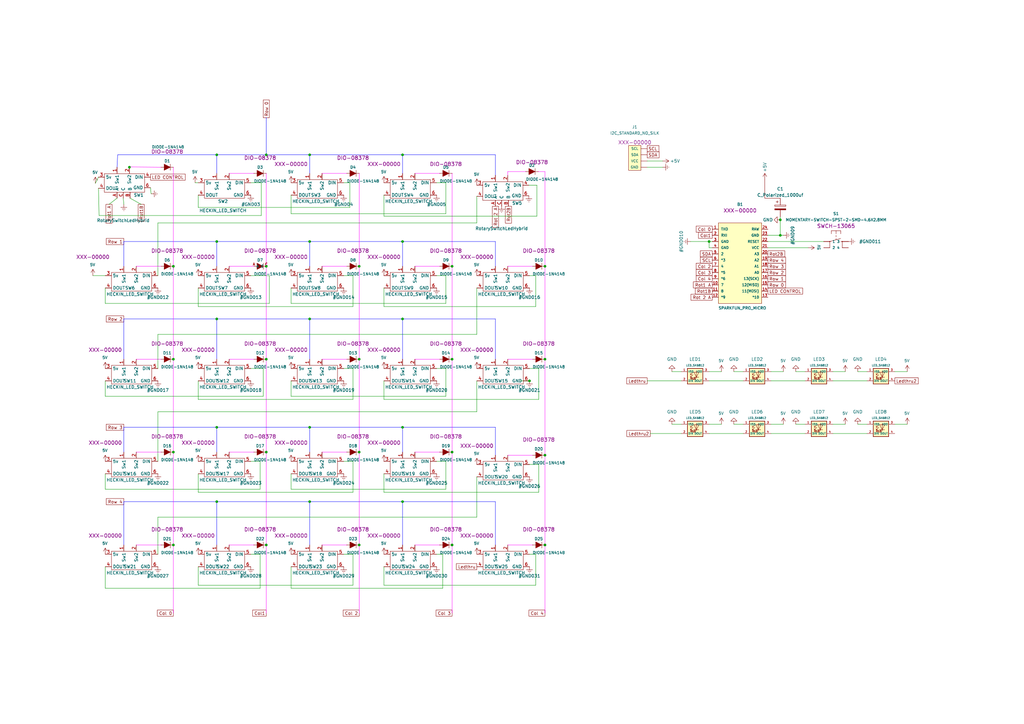
<source format=kicad_sch>
(kicad_sch (version 20211123) (generator eeschema)
  (paper "A3")
  (title_block (title "Roto-Pad"))
  (junction (at 53.086 68.58))
  (junction (at 109.22 147.32))
  (junction (at 217.17 156.21))
  (junction (at 127 99.06))
  (junction (at 165.1 130.81))
  (junction (at 185.42 147.32))
  (junction (at 165.1 99.06))
  (junction (at 71.12 223.52))
  (junction (at 71.12 109.22))
  (junction (at 109.22 63.5))
  (junction (at 71.12 185.42))
  (junction (at 88.9 99.06))
  (junction (at 88.9 130.81))
  (junction (at 147.32 147.32))
  (junction (at 185.42 109.22))
  (junction (at 223.52 147.32))
  (junction (at 109.22 109.22))
  (junction (at 185.42 185.42))
  (junction (at 88.9 63.5))
  (junction (at 185.42 223.52))
  (junction (at 165.1 175.26))
  (junction (at 88.9 175.26))
  (junction (at 223.52 186.69))
  (junction (at 127 205.74))
  (junction (at 223.52 223.52))
  (junction (at 147.32 109.22))
  (junction (at 147.32 185.42))
  (junction (at 290.83 99.06))
  (junction (at 223.52 109.22))
  (junction (at 147.32 223.52))
  (junction (at 127 175.26))
  (junction (at 320.04 90.17))
  (junction (at 320.04 96.52))
  (junction (at 71.12 147.32))
  (junction (at 127 130.81))
  (junction (at 88.9 205.74))
  (junction (at 165.1 205.74))
  (junction (at 127 63.5))
  (junction (at 109.22 185.42))
  (junction (at 165.1 63.5))
  (junction (at 109.22 223.52))
  (wire (pts (xy 290.83 177.8) (xy 304.8 177.8)))
  (wire (pts (xy 81.28 118.11) (xy 81.28 125.73)))
  (wire (pts (xy 71.12 109.22) (xy 71.12 147.32)) (stroke (width 0) (color 255 0 255 1)))
  (wire (pts (xy 185.42 147.32) (xy 185.42 185.42)) (stroke (width 0) (color 255 0 255 1)))
  (wire (pts (xy 351.79 152.4) (xy 355.6 152.4)))
  (wire (pts (xy 314.96 101.6) (xy 331.47 101.6)))
  (wire (pts (xy 157.48 194.31) (xy 157.48 201.93)))
  (wire (pts (xy 127 63.5) (xy 165.1 63.5)) (stroke (width 0) (color 0 0 255 1)))
  (wire (pts (xy 271.78 68.58) (xy 265.43 68.58)))
  (wire (pts (xy 71.12 185.42) (xy 71.12 223.52)) (stroke (width 0) (color 255 0 255 1)))
  (wire (pts (xy 217.17 227.33) (xy 219.71 227.33)))
  (wire (pts (xy 218.44 147.32) (xy 208.28 147.32)) (stroke (width 0) (color 255 0 255 1)))
  (wire (pts (xy 157.48 88.646) (xy 220.218 88.646)))
  (wire (pts (xy 295.91 173.99) (xy 290.83 173.99)))
  (wire (pts (xy 219.71 113.03) (xy 217.17 113.03)))
  (wire (pts (xy 64.77 137.16) (xy 64.77 151.13)))
  (wire (pts (xy 283.21 99.06) (xy 290.83 99.06)))
  (wire (pts (xy 38.1 113.03) (xy 43.18 113.03)))
  (wire (pts (xy 265.43 156.21) (xy 279.4 156.21)))
  (wire (pts (xy 109.22 48.26) (xy 109.22 63.5)) (stroke (width 0) (color 0 0 255 1)))
  (wire (pts (xy 321.31 173.99) (xy 316.23 173.99)))
  (wire (pts (xy 180.34 109.22) (xy 170.18 109.22)) (stroke (width 0) (color 255 0 255 1)))
  (wire (pts (xy 147.32 109.22) (xy 147.32 147.32)) (stroke (width 0) (color 255 0 255 1)))
  (wire (pts (xy 185.42 71.12) (xy 185.42 109.22)) (stroke (width 0) (color 255 0 255 1)))
  (wire (pts (xy 119.38 80.01) (xy 119.38 87.63)))
  (wire (pts (xy 320.04 96.52) (xy 321.31 96.52)))
  (wire (pts (xy 64.77 91.44) (xy 64.77 113.03)))
  (wire (pts (xy 180.34 223.52) (xy 170.18 223.52)) (stroke (width 0) (color 255 0 255 1)))
  (wire (pts (xy 165.1 99.06) (xy 203.2 99.06)) (stroke (width 0) (color 0 0 255 1)))
  (wire (pts (xy 320.04 90.17) (xy 320.04 96.52)))
  (wire (pts (xy 220.218 75.946) (xy 216.916 75.946)))
  (wire (pts (xy 88.9 63.5) (xy 109.22 63.5)) (stroke (width 0) (color 0 0 255 1)))
  (wire (pts (xy 157.48 80.01) (xy 157.48 88.646)))
  (wire (pts (xy 71.12 223.52) (xy 71.12 251.46)) (stroke (width 0) (color 255 0 255 1)))
  (wire (pts (xy 50.8 205.74) (xy 50.8 223.52)) (stroke (width 0) (color 0 0 255 1)))
  (wire (pts (xy 43.18 241.3) (xy 106.68 241.3)))
  (wire (pts (xy 144.78 201.93) (xy 144.78 189.23)))
  (wire (pts (xy 127 63.5) (xy 127 71.12)) (stroke (width 0) (color 0 0 255 1)))
  (wire (pts (xy 127 130.81) (xy 88.9 130.81)) (stroke (width 0) (color 0 0 255 1)))
  (wire (pts (xy 142.24 109.22) (xy 132.08 109.22)) (stroke (width 0) (color 255 0 255 1)))
  (wire (pts (xy 144.78 189.23) (xy 140.97 189.23)))
  (wire (pts (xy 203.2 186.69) (xy 203.2 175.26)) (stroke (width 0) (color 0 0 255 1)))
  (wire (pts (xy 295.91 152.4) (xy 290.83 152.4)))
  (wire (pts (xy 39.116 75.184) (xy 40.386 72.644)))
  (wire (pts (xy 43.18 194.31) (xy 43.18 200.66)))
  (wire (pts (xy 104.14 109.22) (xy 93.98 109.22)) (stroke (width 0) (color 255 0 255 1)))
  (wire (pts (xy 165.1 63.5) (xy 165.1 71.12)) (stroke (width 0) (color 0 0 255 1)))
  (wire (pts (xy 182.88 151.13) (xy 179.07 151.13)))
  (wire (pts (xy 290.83 156.21) (xy 304.8 156.21)))
  (wire (pts (xy 81.28 232.41) (xy 81.28 240.03)))
  (wire (pts (xy 219.71 125.73) (xy 219.71 113.03)))
  (wire (pts (xy 300.99 173.99) (xy 304.8 173.99)))
  (wire (pts (xy 182.88 113.03) (xy 179.07 113.03)))
  (wire (pts (xy 104.14 147.32) (xy 93.98 147.32)) (stroke (width 0) (color 255 0 255 1)))
  (wire (pts (xy 223.52 147.32) (xy 223.52 186.69)) (stroke (width 0) (color 255 0 255 1)))
  (wire (pts (xy 185.42 109.22) (xy 185.42 147.32)) (stroke (width 0) (color 255 0 255 1)))
  (wire (pts (xy 81.28 163.83) (xy 144.78 163.83)))
  (wire (pts (xy 144.78 113.03) (xy 140.97 113.03)))
  (wire (pts (xy 165.1 130.81) (xy 127 130.81)) (stroke (width 0) (color 0 0 255 1)))
  (wire (pts (xy 43.18 156.21) (xy 43.18 162.56)))
  (wire (pts (xy 127 175.26) (xy 88.9 175.26)) (stroke (width 0) (color 0 0 255 1)))
  (wire (pts (xy 220.98 201.93) (xy 220.98 190.5)))
  (wire (pts (xy 81.28 85.09) (xy 143.51 85.09)))
  (wire (pts (xy 218.44 186.69) (xy 208.28 186.69)) (stroke (width 0) (color 255 0 255 1)))
  (wire (pts (xy 182.88 200.66) (xy 182.88 189.23)))
  (wire (pts (xy 61.722 76.962) (xy 61.976 79.502)))
  (wire (pts (xy 223.52 70.358) (xy 223.52 109.22)) (stroke (width 0) (color 255 0 255 1)))
  (wire (pts (xy 88.9 99.06) (xy 127 99.06)) (stroke (width 0) (color 0 0 255 1)))
  (wire (pts (xy 326.39 152.4) (xy 330.2 152.4)))
  (wire (pts (xy 64.77 212.09) (xy 64.77 227.33)))
  (wire (pts (xy 144.78 227.33) (xy 140.97 227.33)))
  (wire (pts (xy 48.006 68.58) (xy 48.26 63.5)) (stroke (width 0) (color 0 0 255 1)))
  (wire (pts (xy 220.726 70.358) (xy 223.52 70.358)) (stroke (width 0) (color 255 0 255 1)))
  (wire (pts (xy 119.38 200.66) (xy 182.88 200.66)))
  (wire (pts (xy 104.14 223.52) (xy 93.98 223.52)) (stroke (width 0) (color 255 0 255 1)))
  (wire (pts (xy 341.63 177.8) (xy 355.6 177.8)))
  (wire (pts (xy 181.61 241.3) (xy 181.61 227.33)))
  (wire (pts (xy 119.38 87.63) (xy 182.88 87.63)))
  (wire (pts (xy 180.34 185.42) (xy 170.18 185.42)) (stroke (width 0) (color 255 0 255 1)))
  (wire (pts (xy 321.31 152.4) (xy 316.23 152.4)))
  (wire (pts (xy 195.58 118.11) (xy 195.58 137.16)))
  (wire (pts (xy 81.28 156.21) (xy 81.28 163.83)))
  (wire (pts (xy 223.52 223.52) (xy 223.52 251.46)) (stroke (width 0) (color 255 0 255 1)))
  (wire (pts (xy 316.23 177.8) (xy 330.2 177.8)))
  (wire (pts (xy 180.34 147.32) (xy 170.18 147.32)) (stroke (width 0) (color 255 0 255 1)))
  (wire (pts (xy 147.32 223.52) (xy 147.32 251.46)) (stroke (width 0) (color 255 0 255 1)))
  (wire (pts (xy 66.04 147.32) (xy 55.88 147.32)) (stroke (width 0) (color 255 0 255 1)))
  (wire (pts (xy 109.22 185.42) (xy 109.22 223.52)) (stroke (width 0) (color 255 0 255 1)))
  (wire (pts (xy 107.188 88.392) (xy 107.188 74.93)))
  (wire (pts (xy 50.8 205.74) (xy 88.9 205.74)) (stroke (width 0) (color 0 0 255 1)))
  (wire (pts (xy 88.9 130.81) (xy 88.9 147.32)) (stroke (width 0) (color 0 0 255 1)))
  (wire (pts (xy 43.18 200.66) (xy 106.68 200.66)))
  (wire (pts (xy 165.1 205.74) (xy 165.1 223.52)) (stroke (width 0) (color 0 0 255 1)))
  (wire (pts (xy 203.2 99.06) (xy 203.2 109.22)) (stroke (width 0) (color 0 0 255 1)))
  (wire (pts (xy 165.1 175.26) (xy 203.2 175.26)) (stroke (width 0) (color 0 0 255 1)))
  (wire (pts (xy 50.8 109.22) (xy 50.8 99.06)) (stroke (width 0) (color 0 0 255 1)))
  (wire (pts (xy 81.28 194.31) (xy 81.28 201.93)))
  (wire (pts (xy 119.38 124.46) (xy 182.88 124.46)))
  (wire (pts (xy 64.77 91.44) (xy 195.58 91.44)))
  (wire (pts (xy 203.2 223.52) (xy 203.2 205.74)) (stroke (width 0) (color 0 0 255 1)))
  (wire (pts (xy 66.04 109.22) (xy 55.88 109.22)) (stroke (width 0) (color 255 0 255 1)))
  (wire (pts (xy 220.98 190.5) (xy 217.17 190.5)))
  (wire (pts (xy 127 99.06) (xy 165.1 99.06)) (stroke (width 0) (color 0 0 255 1)))
  (wire (pts (xy 157.48 232.41) (xy 157.48 240.03)))
  (wire (pts (xy 81.28 125.73) (xy 144.78 125.73)))
  (wire (pts (xy 127 205.74) (xy 127 223.52)) (stroke (width 0) (color 0 0 255 1)))
  (wire (pts (xy 119.38 162.56) (xy 182.88 162.56)))
  (wire (pts (xy 218.44 109.22) (xy 208.28 109.22)) (stroke (width 0) (color 255 0 255 1)))
  (wire (pts (xy 142.24 71.12) (xy 132.08 71.12)) (stroke (width 0) (color 255 0 255 1)))
  (wire (pts (xy 88.9 99.06) (xy 88.9 109.22)) (stroke (width 0) (color 0 0 255 1)))
  (wire (pts (xy 165.1 99.06) (xy 165.1 109.22)) (stroke (width 0) (color 0 0 255 1)))
  (wire (pts (xy 144.78 163.83) (xy 144.78 151.13)))
  (wire (pts (xy 57.912 83.82) (xy 53.34 81.28)))
  (wire (pts (xy 220.98 151.13) (xy 217.17 151.13)))
  (wire (pts (xy 144.78 151.13) (xy 140.97 151.13)))
  (wire (pts (xy 43.18 124.46) (xy 110.49 124.46)))
  (wire (pts (xy 147.32 185.42) (xy 147.32 223.52)) (stroke (width 0) (color 255 0 255 1)))
  (wire (pts (xy 182.88 162.56) (xy 182.88 151.13)))
  (wire (pts (xy 182.88 124.46) (xy 182.88 113.03)))
  (wire (pts (xy 290.83 99.06) (xy 290.83 101.6)))
  (wire (pts (xy 43.18 232.41) (xy 43.18 241.3)))
  (wire (pts (xy 106.68 227.33) (xy 102.87 227.33)))
  (wire (pts (xy 185.42 223.52) (xy 185.42 251.46)) (stroke (width 0) (color 255 0 255 1)))
  (wire (pts (xy 182.88 189.23) (xy 179.07 189.23)))
  (wire (pts (xy 266.7 177.8) (xy 279.4 177.8)))
  (wire (pts (xy 195.58 80.518) (xy 195.58 91.44)))
  (wire (pts (xy 165.1 63.5) (xy 203.2 63.5)) (stroke (width 0) (color 0 0 255 1)))
  (wire (pts (xy 180.34 71.12) (xy 170.18 71.12)) (stroke (width 0) (color 255 0 255 1)))
  (wire (pts (xy 157.48 163.83) (xy 220.98 163.83)))
  (wire (pts (xy 104.14 71.12) (xy 93.98 71.12)) (stroke (width 0) (color 255 0 255 1)))
  (wire (pts (xy 107.188 74.93) (xy 102.87 74.93)))
  (wire (pts (xy 53.213 68.453) (xy 53.086 68.58)))
  (wire (pts (xy 142.24 147.32) (xy 132.08 147.32)) (stroke (width 0) (color 255 0 255 1)))
  (wire (pts (xy 48.26 63.5) (xy 88.9 63.5)) (stroke (width 0) (color 0 0 255 1)))
  (wire (pts (xy 320.04 88.9) (xy 320.04 90.17)))
  (wire (pts (xy 109.22 63.5) (xy 127 63.5)) (stroke (width 0) (color 0 0 255 1)))
  (wire (pts (xy 213.36 156.21) (xy 217.17 156.21)))
  (wire (pts (xy 182.88 87.63) (xy 182.88 74.93)))
  (wire (pts (xy 109.22 223.52) (xy 109.22 251.46)) (stroke (width 0) (color 255 0 255 1)))
  (wire (pts (xy 53.213 68.453) (xy 66.04 68.58)) (stroke (width 0) (color 255 0 255 1)))
  (wire (pts (xy 157.48 118.11) (xy 157.48 125.73)))
  (wire (pts (xy 203.2 205.74) (xy 165.1 205.74)) (stroke (width 0) (color 0 0 255 1)))
  (wire (pts (xy 143.51 85.09) (xy 143.51 74.93)))
  (wire (pts (xy 50.8 175.26) (xy 50.8 185.42)) (stroke (width 0) (color 0 0 255 1)))
  (wire (pts (xy 50.8 99.06) (xy 88.9 99.06)) (stroke (width 0) (color 0 0 255 1)))
  (wire (pts (xy 275.59 173.99) (xy 279.4 173.99)))
  (wire (pts (xy 313.69 73.66) (xy 313.69 81.28)) (stroke (width 0) (color 132 0 0 1)))
  (wire (pts (xy 40.64 88.392) (xy 107.188 88.392)))
  (wire (pts (xy 203.2 130.81) (xy 165.1 130.81)) (stroke (width 0) (color 0 0 255 1)))
  (wire (pts (xy 203.2 63.5) (xy 203.2 71.882)) (stroke (width 0) (color 0 0 255 1)))
  (wire (pts (xy 219.71 227.33) (xy 219.71 240.03)))
  (wire (pts (xy 290.83 99.06) (xy 292.1 99.06)))
  (wire (pts (xy 157.48 156.21) (xy 157.48 163.83)))
  (wire (pts (xy 88.9 223.52) (xy 88.9 205.74)) (stroke (width 0) (color 0 0 255 1)))
  (wire (pts (xy 88.9 175.26) (xy 88.9 185.42)) (stroke (width 0) (color 0 0 255 1)))
  (wire (pts (xy 341.63 156.21) (xy 355.6 156.21)))
  (wire (pts (xy 81.28 201.93) (xy 144.78 201.93)))
  (wire (pts (xy 43.18 162.56) (xy 107.95 162.56)))
  (wire (pts (xy 223.52 186.69) (xy 223.52 223.52)) (stroke (width 0) (color 255 0 255 1)))
  (wire (pts (xy 106.68 200.66) (xy 106.68 189.23)))
  (wire (pts (xy 351.79 173.99) (xy 355.6 173.99)))
  (wire (pts (xy 223.52 109.474) (xy 223.52 109.22)))
  (wire (pts (xy 195.58 168.91) (xy 64.77 168.91)))
  (wire (pts (xy 314.96 99.06) (xy 337.82 99.06)))
  (wire (pts (xy 143.51 74.93) (xy 140.97 74.93)))
  (wire (pts (xy 119.38 194.31) (xy 119.38 200.66)))
  (wire (pts (xy 71.12 147.32) (xy 71.12 185.42)) (stroke (width 0) (color 255 0 255 1)))
  (wire (pts (xy 119.38 232.41) (xy 119.38 241.3)))
  (wire (pts (xy 271.78 66.04) (xy 265.43 66.04)))
  (wire (pts (xy 157.48 125.73) (xy 219.71 125.73)))
  (wire (pts (xy 127 205.74) (xy 165.1 205.74)) (stroke (width 0) (color 0 0 255 1)))
  (wire (pts (xy 64.77 168.91) (xy 64.77 189.23)))
  (wire (pts (xy 182.88 74.93) (xy 179.07 74.93)))
  (wire (pts (xy 127 175.26) (xy 127 185.42)) (stroke (width 0) (color 0 0 255 1)))
  (wire (pts (xy 203.2 130.81) (xy 203.2 147.32)) (stroke (width 0) (color 0 0 255 1)))
  (wire (pts (xy 346.71 152.4) (xy 341.63 152.4)))
  (wire (pts (xy 106.68 241.3) (xy 106.68 227.33)))
  (wire (pts (xy 106.68 189.23) (xy 102.87 189.23)))
  (wire (pts (xy 275.59 152.4) (xy 279.4 152.4)))
  (wire (pts (xy 88.9 205.74) (xy 127 205.74)) (stroke (width 0) (color 0 0 255 1)))
  (wire (pts (xy 81.28 240.03) (xy 144.78 240.03)))
  (wire (pts (xy 107.95 151.13) (xy 102.87 151.13)))
  (wire (pts (xy 147.32 147.32) (xy 147.32 185.42)) (stroke (width 0) (color 255 0 255 1)))
  (wire (pts (xy 71.12 68.58) (xy 71.12 109.22)) (stroke (width 0) (color 255 0 255 1)))
  (wire (pts (xy 119.38 118.11) (xy 119.38 124.46)))
  (wire (pts (xy 119.38 241.3) (xy 181.61 241.3)))
  (wire (pts (xy 195.58 195.58) (xy 195.58 212.09)))
  (wire (pts (xy 109.22 71.12) (xy 109.22 109.22)) (stroke (width 0) (color 255 0 255 1)))
  (wire (pts (xy 372.11 173.99) (xy 367.03 173.99)))
  (wire (pts (xy 157.48 201.93) (xy 220.98 201.93)))
  (wire (pts (xy 372.11 152.4) (xy 367.03 152.4)))
  (wire (pts (xy 165.1 175.26) (xy 127 175.26)) (stroke (width 0) (color 0 0 255 1)))
  (wire (pts (xy 44.704 83.82) (xy 48.006 81.28)))
  (wire (pts (xy 50.8 130.81) (xy 50.8 147.32)) (stroke (width 0) (color 0 0 255 1)))
  (wire (pts (xy 127 99.06) (xy 127 109.22)) (stroke (width 0) (color 0 0 255 1)))
  (wire (pts (xy 157.48 240.03) (xy 219.71 240.03)))
  (wire (pts (xy 208.28 71.882) (xy 208.28 70.358)) (stroke (width 0) (color 255 0 255 1)))
  (wire (pts (xy 147.32 71.12) (xy 147.32 109.22)) (stroke (width 0) (color 255 0 255 1)))
  (wire (pts (xy 110.49 113.03) (xy 102.87 113.03)))
  (wire (pts (xy 81.28 80.01) (xy 81.28 85.09)))
  (wire (pts (xy 43.18 118.11) (xy 43.18 124.46)))
  (wire (pts (xy 119.38 156.21) (xy 119.38 162.56)))
  (wire (pts (xy 208.28 70.358) (xy 215.646 70.358)) (stroke (width 0) (color 255 0 255 1)))
  (wire (pts (xy 346.71 173.99) (xy 341.63 173.99)))
  (wire (pts (xy 326.39 173.99) (xy 330.2 173.99)))
  (wire (pts (xy 165.1 130.81) (xy 165.1 147.32)) (stroke (width 0) (color 0 0 255 1)))
  (wire (pts (xy 127 130.81) (xy 127 147.32)) (stroke (width 0) (color 0 0 255 1)))
  (wire (pts (xy 50.546 81.28) (xy 50.8 83.82)))
  (wire (pts (xy 300.99 152.4) (xy 304.8 152.4)))
  (wire (pts (xy 107.95 162.56) (xy 107.95 151.13)))
  (wire (pts (xy 195.58 137.16) (xy 64.77 137.16)))
  (wire (pts (xy 64.77 212.09) (xy 195.58 212.09)))
  (wire (pts (xy 109.22 109.22) (xy 109.22 147.32)) (stroke (width 0) (color 255 0 255 1)))
  (wire (pts (xy 40.386 77.216) (xy 40.64 88.392)))
  (wire (pts (xy 88.9 175.26) (xy 50.8 175.26)) (stroke (width 0) (color 0 0 255 1)))
  (wire (pts (xy 316.23 156.21) (xy 330.2 156.21)))
  (wire (pts (xy 220.98 163.83) (xy 220.98 151.13)))
  (wire (pts (xy 110.49 124.46) (xy 110.49 113.03)))
  (wire (pts (xy 165.1 175.26) (xy 165.1 185.42)) (stroke (width 0) (color 0 0 255 1)))
  (wire (pts (xy 314.96 96.52) (xy 320.04 96.52)))
  (wire (pts (xy 88.9 63.5) (xy 88.9 71.12)) (stroke (width 0) (color 0 0 255 1)))
  (wire (pts (xy 313.69 81.28) (xy 320.04 81.28)) (stroke (width 0) (color 132 0 0 1)))
  (wire (pts (xy 109.22 147.32) (xy 109.22 185.42)) (stroke (width 0) (color 255 0 255 1)))
  (wire (pts (xy 80.01 74.93) (xy 81.28 74.93)))
  (wire (pts (xy 66.04 185.42) (xy 55.88 185.42)) (stroke (width 0) (color 255 0 255 1)))
  (wire (pts (xy 223.52 109.22) (xy 223.52 147.32)) (stroke (width 0) (color 255 0 255 1)))
  (wire (pts (xy 144.78 125.73) (xy 144.78 113.03)))
  (wire (pts (xy 218.44 223.52) (xy 208.28 223.52)) (stroke (width 0) (color 255 0 255 1)))
  (wire (pts (xy 88.9 130.81) (xy 50.8 130.81)) (stroke (width 0) (color 0 0 255 1)))
  (wire (pts (xy 104.14 185.42) (xy 93.98 185.42)) (stroke (width 0) (color 255 0 255 1)))
  (wire (pts (xy 181.61 227.33) (xy 179.07 227.33)))
  (wire (pts (xy 142.24 223.52) (xy 132.08 223.52)) (stroke (width 0) (color 255 0 255 1)))
  (wire (pts (xy 292.1 101.6) (xy 290.83 101.6)))
  (wire (pts (xy 66.04 223.52) (xy 55.88 223.52)) (stroke (width 0) (color 255 0 255 1)))
  (wire (pts (xy 195.58 156.21) (xy 195.58 168.91)))
  (wire (pts (xy 185.42 185.42) (xy 185.42 223.52)) (stroke (width 0) (color 255 0 255 1)))
  (wire (pts (xy 144.78 240.03) (xy 144.78 227.33)))
  (wire (pts (xy 142.24 185.42) (xy 132.08 185.42)) (stroke (width 0) (color 255 0 255 1)))
  (wire (pts (xy 220.218 88.646) (xy 220.218 75.946)))
  (wire (pts (xy 71.12 110.49) (xy 71.12 109.22)))
  (global_label "Col 0" (shape passive) (at 71.12 251.46 180) (property "Intersheet References" "${INTERSHEET_REFS}" (effects hide)))
  (global_label "Row 4" (shape passive) (at 50.8 205.74 180) (property "Intersheet References" "${INTERSHEET_REFS}" (effects hide)))
  (global_label "Rot1 A" (shape passive) (at 292.1 116.84 180) (property "Intersheet References" "${INTERSHEET_REFS}" (effects hide)))
  (global_label "Rot 2 A" (shape passive) (at 203.2 84.582 270) (property "Intersheet References" "${INTERSHEET_REFS}" (effects hide)))
  (global_label "Col 3" (shape passive) (at 185.42 251.46 180) (property "Intersheet References" "${INTERSHEET_REFS}" (effects hide)))
  (global_label "SCL" (shape passive) (at 292.1 106.68 180) (property "Intersheet References" "${INTERSHEET_REFS}" (effects hide)))
  (global_label "Col 2" (shape passive) (at 292.1 109.22 180) (property "Intersheet References" "${INTERSHEET_REFS}" (effects hide)))
  (global_label "Row 0" (shape passive) (at 109.22 48.26 90) (property "Intersheet References" "${INTERSHEET_REFS}" (effects hide)))
  (global_label "SDA" (shape passive) (at 292.1 104.14 180) (property "Intersheet References" "${INTERSHEET_REFS}" (effects hide)))
  (global_label "Col 2" (shape passive) (at 147.32 251.46 180) (property "Intersheet References" "${INTERSHEET_REFS}" (effects hide)))
  (global_label "Row 2" (shape passive) (at 50.8 130.81 180) (property "Intersheet References" "${INTERSHEET_REFS}" (effects hide)))
  (global_label "Rot 2 A" (shape passive) (at 292.1 121.92 180) (property "Intersheet References" "${INTERSHEET_REFS}" (effects hide)))
  (global_label "Col 3" (shape passive) (at 292.1 111.76 180) (property "Intersheet References" "${INTERSHEET_REFS}" (effects hide)))
  (global_label "Row 4" (shape passive) (at 314.96 106.68 0) (property "Intersheet References" "${INTERSHEET_REFS}" (effects hide)))
  (global_label "Col 4" (shape passive) (at 292.1 114.3 180) (property "Intersheet References" "${INTERSHEET_REFS}" (effects hide)))
  (global_label "Rot1 A" (shape passive) (at 44.704 83.82 270) (property "Intersheet References" "${INTERSHEET_REFS}" (effects hide)))
  (global_label "Rot2B" (shape passive) (at 208.534 84.582 270) (property "Intersheet References" "${INTERSHEET_REFS}" (effects hide)))
  (global_label "Col1" (shape passive) (at 109.22 251.46 180) (property "Intersheet References" "${INTERSHEET_REFS}" (effects hide)))
  (global_label "Row 1" (shape passive) (at 50.8 99.06 180) (property "Intersheet References" "${INTERSHEET_REFS}" (effects hide)))
  (global_label "Ledthru2" (shape passive) (at 266.7 177.8 180) (property "Intersheet References" "${INTERSHEET_REFS}" (effects hide)))
  (global_label "Col 0" (shape passive) (at 292.1 93.98 180) (property "Intersheet References" "${INTERSHEET_REFS}" (effects hide)))
  (global_label "Col 4" (shape passive) (at 223.52 251.46 180) (property "Intersheet References" "${INTERSHEET_REFS}" (effects hide)))
  (global_label "Row 0" (shape passive) (at 314.96 116.84 0) (property "Intersheet References" "${INTERSHEET_REFS}" (effects hide)))
  (global_label "Ledthru" (shape passive) (at 195.58 232.41 180) (property "Intersheet References" "${INTERSHEET_REFS}" (effects hide)))
  (global_label "Row 2" (shape passive) (at 314.96 111.76 0) (property "Intersheet References" "${INTERSHEET_REFS}" (effects hide)))
  (global_label "Ledthru2" (shape passive) (at 367.03 156.21 0) (property "Intersheet References" "${INTERSHEET_REFS}" (effects hide)))
  (global_label "Col1" (shape passive) (at 292.1 96.52 180) (property "Intersheet References" "${INTERSHEET_REFS}" (effects hide)))
  (global_label "LED CONTROL" (shape passive) (at 61.722 72.644 0) (property "Intersheet References" "${INTERSHEET_REFS}" (effects hide)))
  (global_label "Ledthru" (shape passive) (at 265.43 156.21 180) (property "Intersheet References" "${INTERSHEET_REFS}" (effects hide)))
  (global_label "Rot1B" (shape passive) (at 292.1 119.38 180) (property "Intersheet References" "${INTERSHEET_REFS}" (effects hide)))
  (global_label "Rot2B" (shape passive) (at 314.96 104.14 0) (property "Intersheet References" "${INTERSHEET_REFS}" (effects hide)))
  (global_label "Rot1B" (shape passive) (at 57.912 83.82 270) (property "Intersheet References" "${INTERSHEET_REFS}" (effects hide)))
  (global_label "SDA" (shape passive) (at 265.43 63.5 0) (property "Intersheet References" "${INTERSHEET_REFS}" (effects hide)))
  (global_label "Row 1" (shape passive) (at 314.96 114.3 0) (property "Intersheet References" "${INTERSHEET_REFS}" (effects hide)))
  (global_label "Row 3" (shape passive) (at 50.8 175.26 180) (property "Intersheet References" "${INTERSHEET_REFS}" (effects hide)))
  (global_label "SCL" (shape passive) (at 265.43 60.96 0) (property "Intersheet References" "${INTERSHEET_REFS}" (effects hide)))
  (global_label "Row 3" (shape passive) (at 314.96 109.22 0) (property "Intersheet References" "${INTERSHEET_REFS}" (effects hide)))
  (global_label "LED CONTROL" (shape passive) (at 314.96 119.38 0) (property "Intersheet References" "${INTERSHEET_REFS}" (effects hide)))
  (symbol (lib_id "SparkFun-PowerSymbols:5V") (at 157.48 74.93 0) (unit 1)
    (property "Reference" "#SUPPLY03" (effects hide))
    (property "Value" "5V" (at 156.21 71.12 0) (effects (font (size 1.143 1.143)) (justify left bottom)))
    (property "Footprint" "XXX-00000" (at 157.48 67.31 0) (effects (font (size 1.524 1.524))))
  )
  (symbol (lib_id "power:Earth") (at 102.87 232.41 0) (unit 1)
    (property "Reference" "#GND028" (at 102.87 236.22 0))
    (property "Value" "Earth" (effects hide))
  )
  (symbol (lib_id "SparkFun-PowerSymbols:5V") (at 38.1 113.03 0) (unit 1)
    (property "Reference" "#SUPPLY07" (effects hide))
    (property "Value" "5V" (at 36.83 109.22 0) (effects (font (size 1.143 1.143)) (justify left bottom)))
    (property "Footprint" "XXX-00000" (at 38.1 105.41 0) (effects (font (size 1.524 1.524))))
  )
  (symbol (lib_id "SparkFun-Connectors:I2C_STANDARD_NO_SILK") (at 262.89 68.58 0) (unit 1)
    (property "Reference" "J1" (at 260.35 52.07 0) (effects (font (size 1.143 1.143))))
    (property "Value" "I2C_STANDARD_NO_SILK" (at 260.35 54.61 0) (effects (font (size 1.143 1.143))))
    (property "Footprint" "Connectors:1X04_NO_SILK" (effects hide))
    (property "Field4" "XXX-00000" (at 260.35 58.42 0) (effects (font (size 1.524 1.524))))
  )
  (symbol (lib_id "power:Earth") (at 140.97 194.31 0) (unit 1)
    (property "Reference" "#GND024" (at 140.97 198.12 0))
    (property "Value" "Earth" (effects hide))
  )
  (symbol (lib_id "power:GND") (at 351.79 173.99 180) (unit 1)
    (property "Reference" "#PWR011" (effects hide))
    (property "Value" "GND" (at 351.79 168.91 0))
  )
  (symbol (lib_name "DIODE-1N4148_1") (lib_id "SparkFun-DiscreteSemi:DIODE-1N4148") (at 106.68 109.22 0) (unit 1)
    (property "Reference" "D7" (at 106.68 106.68 0) (effects (font (size 1.143 1.143))))
    (property "Value" "DIODE-1N4148" (at 104.14 113.03 0) (effects (font (size 1.143 1.143)) (justify left bottom)))
    (property "Footprint" "Custom:D_0805_2012Metric_Pad1.15x1.40mm_HandSolder" (effects hide))
    (property "Field4" "DIO-08378" (at 106.68 102.87 0) (effects (font (size 1.524 1.524))))
  )
  (symbol (lib_id "SparkFun-Switches:MOMENTARY-SWITCH-SPST-2-SMD-4.6X2.8MM") (at 342.9 99.06 0) (unit 1)
    (property "Reference" "S1" (at 342.9 87.63 0) (effects (font (size 1.143 1.143))))
    (property "Value" "MOMENTARY-SWITCH-SPST-2-SMD-4.6X2.8MM" (at 342.9 90.17 0) (effects (font (size 1.143 1.143))))
    (property "Footprint" "Switches:TACTILE_SWITCH_SMD_4.6X2.8MM" (effects hide))
    (property "Field4" "SWCH-13065" (at 342.9 92.71 0) (effects (font (size 1.524 1.524))))
  )
  (symbol (lib_id "power:Earth") (at 61.976 79.502 90) (unit 1)
    (property "Reference" "#GND02" (effects hide))
    (property "Value" "Earth" (effects hide))
  )
  (symbol (lib_id "SparkFun-PowerSymbols:5V") (at 295.91 173.99 0) (unit 1)
    (property "Reference" "#SUPPLY021" (effects hide))
    (property "Value" "5V" (at 294.64 170.18 0) (effects (font (size 1.143 1.143)) (justify left bottom)))
    (property "Footprint" "XXX-00000" (effects hide))
  )
  (symbol (lib_id "SparkFun-DiscreteSemi:DIODE-1N4148") (at 182.88 185.42 0) (unit 1)
    (property "Reference" "D19" (at 182.88 182.88 0) (effects (font (size 1.143 1.143))))
    (property "Value" "DIODE-1N4148" (at 180.34 189.23 0) (effects (font (size 1.143 1.143)) (justify left bottom)))
    (property "Footprint" "Custom:D_0805_2012Metric_Pad1.15x1.40mm_HandSolder" (effects hide))
    (property "Field4" "DIO-08378" (at 182.88 179.07 0) (effects (font (size 1.524 1.524))))
  )
  (symbol (lib_id "Universal_Keyswitch:HECKIN_LED_SWITCH") (at 121.92 73.66 0) (unit 1)
    (property "Reference" "SW3" (at 129.54 80.01 0))
    (property "Value" "HECKIN_LED_SWITCH" (at 129.54 82.55 0))
    (property "Footprint" "Custom:xX_Super_Heckin_Valid_MX_CHOC_SK6812MINIE_ONESIDE_KEYSWITCH_UwU_Xx" (effects hide))
  )
  (symbol (lib_id "Custom:LED_SK6812") (at 363.22 156.21 0) (unit 1)
    (property "Reference" "LED4" (at 361.315 147.32 0))
    (property "Value" "LED_SK6812" (at 361.315 149.86 0) (effects (font (size 0.8 0.8))))
    (property "Footprint" "Keebio-Parts:WS2812B-4020" (effects hide))
    (property "Datasheet" "https://cdn-shop.adafruit.com/product-files/1138/SK6812+LED+datasheet+.pdf" (effects hide))
  )
  (symbol (lib_id "SparkFun-DiscreteSemi:DIODE-1N4148") (at 182.88 223.52 0) (unit 1)
    (property "Reference" "D24" (at 182.88 220.98 0) (effects (font (size 1.143 1.143))))
    (property "Value" "DIODE-1N4148" (at 180.34 227.33 0) (effects (font (size 1.143 1.143)) (justify left bottom)))
    (property "Footprint" "Custom:D_0805_2012Metric_Pad1.15x1.40mm_HandSolder" (effects hide))
    (property "Field4" "DIO-08378" (at 182.88 217.17 0) (effects (font (size 1.524 1.524))))
  )
  (symbol (lib_id "SparkFun-PowerSymbols:5V") (at 372.11 152.4 0) (unit 1)
    (property "Reference" "#SUPPLY020" (effects hide))
    (property "Value" "5V" (at 370.84 148.59 0) (effects (font (size 1.143 1.143)) (justify left bottom)))
    (property "Footprint" "XXX-00000" (effects hide))
  )
  (symbol (lib_id "SparkFun-DiscreteSemi:DIODE-1N4148") (at 144.78 185.42 0) (unit 1)
    (property "Reference" "D18" (at 144.78 182.88 0) (effects (font (size 1.143 1.143))))
    (property "Value" "DIODE-1N4148" (at 142.24 189.23 0) (effects (font (size 1.143 1.143)) (justify left bottom)))
    (property "Footprint" "Custom:D_0805_2012Metric_Pad1.15x1.40mm_HandSolder" (effects hide))
    (property "Field4" "DIO-08378" (at 144.78 179.07 0) (effects (font (size 1.524 1.524))))
  )
  (symbol (lib_id "power:Earth") (at 271.78 68.58 90) (unit 1)
    (property "Reference" "#GND01" (effects hide))
    (property "Value" "Earth" (effects hide))
  )
  (symbol (lib_id "SparkFun-PowerSymbols:5V") (at 119.38 227.33 0) (unit 1)
    (property "Reference" "#SUPPLY032" (effects hide))
    (property "Value" "5V" (at 118.11 223.52 0) (effects (font (size 1.143 1.143)) (justify left bottom)))
    (property "Footprint" "XXX-00000" (at 119.38 219.71 0) (effects (font (size 1.524 1.524))))
  )
  (symbol (lib_id "SparkFun-DiscreteSemi:DIODE-1N4148") (at 144.78 223.52 0) (unit 1)
    (property "Reference" "D23" (at 144.78 220.98 0) (effects (font (size 1.143 1.143))))
    (property "Value" "DIODE-1N4148" (at 142.24 227.33 0) (effects (font (size 1.143 1.143)) (justify left bottom)))
    (property "Footprint" "Custom:D_0805_2012Metric_Pad1.15x1.40mm_HandSolder" (effects hide))
    (property "Field4" "DIO-08378" (at 144.78 217.17 0) (effects (font (size 1.524 1.524))))
  )
  (symbol (lib_id "power:Earth") (at 64.77 118.11 0) (unit 1)
    (property "Reference" "#GND012" (at 64.77 121.92 0))
    (property "Value" "Earth" (effects hide))
  )
  (symbol (lib_id "Universal_Keyswitch:HECKIN_LED_SWITCH") (at 45.72 149.86 0) (unit 1)
    (property "Reference" "SW11" (at 53.34 156.21 0))
    (property "Value" "HECKIN_LED_SWITCH" (at 53.34 158.75 0))
    (property "Footprint" "Custom:xX_Super_Heckin_Valid_MX_CHOC_SK6812MINIE_ONESIDE_KEYSWITCH_UwU_Xx" (effects hide))
  )
  (symbol (lib_id "SparkFun-PowerSymbols:5V") (at 321.31 173.99 0) (unit 1)
    (property "Reference" "#SUPPLY022" (effects hide))
    (property "Value" "5V" (at 320.04 170.18 0) (effects (font (size 1.143 1.143)) (justify left bottom)))
    (property "Footprint" "XXX-00000" (effects hide))
  )
  (symbol (lib_id "power:Earth") (at 102.87 156.21 0) (unit 1)
    (property "Reference" "#GND018" (at 102.87 160.02 0))
    (property "Value" "Earth" (effects hide))
  )
  (symbol (lib_id "power:GND") (at 300.99 152.4 180) (unit 1)
    (property "Reference" "#PWR05" (effects hide))
    (property "Value" "GND" (at 300.99 147.32 0))
  )
  (symbol (lib_id "power:Earth") (at 64.77 232.41 0) (unit 1)
    (property "Reference" "#GND027" (at 64.77 236.22 0))
    (property "Value" "Earth" (effects hide))
  )
  (symbol (lib_id "SparkFun-PowerSymbols:5V") (at 157.48 113.03 0) (unit 1)
    (property "Reference" "#SUPPLY010" (effects hide))
    (property "Value" "5V" (at 156.21 109.22 0) (effects (font (size 1.143 1.143)) (justify left bottom)))
    (property "Footprint" "XXX-00000" (at 157.48 105.41 0) (effects (font (size 1.524 1.524))))
  )
  (symbol (lib_id "Custom:RotarySwitchLedHybrid") (at 205.74 82.042 0) (unit 1)
    (property "Reference" "SW5" (at 212.09 83.312 0))
    (property "Value" "RotarySwitchLedHybrid" (at 205.74 93.726 0))
    (property "Footprint" "Custom:xX_Super_Heckin_Valid_Rotary_MX_Kailh_Hybrid_UwU_Xx" (effects hide))
  )
  (symbol (lib_id "SparkFun-PowerSymbols:5V") (at 80.01 74.93 0) (unit 1)
    (property "Reference" "#SUPPLY01" (effects hide))
    (property "Value" "5V" (at 78.74 71.12 0) (effects (font (size 1.143 1.143)) (justify left bottom)))
    (property "Footprint" "XXX-00000" (effects hide))
  )
  (symbol (lib_id "SparkFun-PowerSymbols:5V") (at 346.71 173.99 0) (unit 1)
    (property "Reference" "#SUPPLY023" (effects hide))
    (property "Value" "5V" (at 345.44 170.18 0) (effects (font (size 1.143 1.143)) (justify left bottom)))
    (property "Footprint" "XXX-00000" (effects hide))
  )
  (symbol (lib_id "power:Earth") (at 140.97 156.21 0) (unit 1)
    (property "Reference" "#GND019" (at 140.97 160.02 0))
    (property "Value" "Earth" (effects hide))
  )
  (symbol (lib_id "SparkFun-PowerSymbols:5V") (at 119.38 189.23 0) (unit 1)
    (property "Reference" "#SUPPLY027" (effects hide))
    (property "Value" "5V" (at 118.11 185.42 0) (effects (font (size 1.143 1.143)) (justify left bottom)))
    (property "Footprint" "XXX-00000" (at 119.38 181.61 0) (effects (font (size 1.524 1.524))))
  )
  (symbol (lib_id "Custom:RotarySwitchLedHybrid") (at 50.546 78.74 0) (unit 1)
    (property "Reference" "SW1" (at 56.896 80.01 0))
    (property "Value" "RotarySwitchLedHybrid" (at 50.546 90.424 0))
    (property "Footprint" "Custom:xX_Super_Heckin_Valid_Rotary_MX_Kailh_Hybrid_UwU_Xx" (effects hide))
  )
  (symbol (lib_id "power:Earth") (at 102.87 80.01 0) (unit 1)
    (property "Reference" "#GND03" (at 102.87 83.82 0))
    (property "Value" "Earth" (effects hide))
  )
  (symbol (lib_id "power:Earth") (at 102.87 118.11 0) (unit 1)
    (property "Reference" "#GND013" (at 102.87 121.92 0))
    (property "Value" "Earth" (effects hide))
  )
  (symbol (lib_id "SparkFun-DiscreteSemi:DIODE-1N4148") (at 144.78 71.12 0) (unit 1)
    (property "Reference" "D4" (at 144.78 68.58 0) (effects (font (size 1.143 1.143))))
    (property "Value" "DIODE-1N4148" (at 142.24 74.93 0) (effects (font (size 1.143 1.143)) (justify left bottom)))
    (property "Footprint" "Custom:D_0805_2012Metric_Pad1.15x1.40mm_HandSolder" (effects hide))
    (property "Field4" "DIO-08378" (at 144.78 64.77 0) (effects (font (size 1.524 1.524))))
  )
  (symbol (lib_id "SparkFun-DiscreteSemi:DIODE-1N4148") (at 220.98 109.22 0) (unit 1)
    (property "Reference" "D10" (at 220.98 106.68 0) (effects (font (size 1.143 1.143))))
    (property "Value" "DIODE-1N4148" (at 218.44 113.03 0) (effects (font (size 1.143 1.143)) (justify left bottom)))
    (property "Footprint" "Custom:D_0805_2012Metric_Pad1.15x1.40mm_HandSolder" (effects hide))
    (property "Field4" "DIO-08378" (at 220.98 102.87 0) (effects (font (size 1.524 1.524))))
  )
  (symbol (lib_id "SparkFun-PowerSymbols:5V") (at 195.58 151.13 0) (unit 1)
    (property "Reference" "#SUPPLY016" (effects hide))
    (property "Value" "5V" (at 194.31 147.32 0) (effects (font (size 1.143 1.143)) (justify left bottom)))
    (property "Footprint" "XXX-00000" (at 195.58 143.51 0) (effects (font (size 1.524 1.524))))
  )
  (symbol (lib_id "power:Earth") (at 217.17 232.41 0) (unit 1)
    (property "Reference" "#GND031" (at 217.17 236.22 0))
    (property "Value" "Earth" (effects hide))
  )
  (symbol (lib_id "Universal_Keyswitch:HECKIN_LED_SWITCH") (at 198.12 189.23 0) (unit 1)
    (property "Reference" "SW20" (at 205.74 195.58 0))
    (property "Value" "HECKIN_LED_SWITCH" (at 205.74 198.12 0))
    (property "Footprint" "Custom:xX_Super_Heckin_Valid_MX_CHOC_SK6812MINIE_ONESIDE_KEYSWITCH_UwU_Xx" (effects hide))
  )
  (symbol (lib_id "Custom:LED_SK6812") (at 337.82 177.8 0) (unit 1)
    (property "Reference" "LED7" (at 335.915 168.91 0))
    (property "Value" "LED_SK6812" (at 335.915 171.45 0) (effects (font (size 0.8 0.8))))
    (property "Footprint" "Keebio-Parts:WS2812B-4020" (effects hide))
    (property "Datasheet" "https://cdn-shop.adafruit.com/product-files/1138/SK6812+LED+datasheet+.pdf" (effects hide))
  )
  (symbol (lib_id "SparkFun-DiscreteSemi:DIODE-1N4148") (at 68.58 68.58 0) (unit 1)
    (property "Reference" "D1" (at 68.58 66.04 0) (effects (font (size 1.143 1.143))))
    (property "Value" "DIODE-1N4148" (at 62.23 60.96 0) (effects (font (size 1.143 1.143)) (justify left bottom)))
    (property "Footprint" "Custom:D_0805_2012Metric_Pad1.15x1.40mm_HandSolder" (effects hide))
    (property "Field4" "DIO-08378" (at 68.58 62.23 0) (effects (font (size 1.524 1.524))))
  )
  (symbol (lib_id "Universal_Keyswitch:HECKIN_LED_SWITCH") (at 121.92 187.96 0) (unit 1)
    (property "Reference" "SW18" (at 129.54 194.31 0))
    (property "Value" "HECKIN_LED_SWITCH" (at 129.54 196.85 0))
    (property "Footprint" "Custom:xX_Super_Heckin_Valid_MX_CHOC_SK6812MINIE_ONESIDE_KEYSWITCH_UwU_Xx" (effects hide))
  )
  (symbol (lib_id "SparkFun-Boards:SPARKFUN_PRO_MICRO") (at 303.53 107.95 0) (unit 1)
    (property "Reference" "B1" (at 303.53 83.82 0) (effects (font (size 1.143 1.143))))
    (property "Value" "SPARKFUN_PRO_MICRO" (at 294.64 127 0) (effects (font (size 1.143 1.143)) (justify left bottom)))
    (property "Footprint" "Boards:SPARKFUN_PRO_MICRO" (effects hide))
    (property "Field4" "XXX-00000" (at 303.53 86.36 0) (effects (font (size 1.524 1.524))))
  )
  (symbol (lib_id "power:Earth") (at 205.74 84.582 0) (unit 1)
    (property "Reference" "#GND08" (effects hide))
    (property "Value" "Earth" (effects hide))
  )
  (symbol (lib_id "SparkFun-PowerSymbols:5V") (at 195.58 227.33 0) (unit 1)
    (property "Reference" "#SUPPLY034" (effects hide))
    (property "Value" "5V" (at 194.31 223.52 0) (effects (font (size 1.143 1.143)) (justify left bottom)))
    (property "Footprint" "XXX-00000" (at 195.58 219.71 0) (effects (font (size 1.524 1.524))))
  )
  (symbol (lib_id "power:Earth") (at 179.07 194.31 0) (unit 1)
    (property "Reference" "#GND025" (at 179.07 198.12 0))
    (property "Value" "Earth" (effects hide))
  )
  (symbol (lib_id "SparkFun-DiscreteSemi:DIODE-1N4148") (at 220.98 147.32 0) (unit 1)
    (property "Reference" "D15" (at 220.98 144.78 0) (effects (font (size 1.143 1.143))))
    (property "Value" "DIODE-1N4148" (at 218.44 151.13 0) (effects (font (size 1.143 1.143)) (justify left bottom)))
    (property "Footprint" "Custom:D_0805_2012Metric_Pad1.15x1.40mm_HandSolder" (effects hide))
    (property "Field4" "DIO-08378" (at 220.98 140.97 0) (effects (font (size 1.524 1.524))))
  )
  (symbol (lib_id "SparkFun-DiscreteSemi:DIODE-1N4148") (at 68.58 109.22 0) (unit 1)
    (property "Reference" "D6" (at 68.58 106.68 0) (effects (font (size 1.143 1.143))))
    (property "Value" "DIODE-1N4148" (at 66.04 113.03 0) (effects (font (size 1.143 1.143)) (justify left bottom)))
    (property "Footprint" "Custom:D_0805_2012Metric_Pad1.15x1.40mm_HandSolder" (effects hide))
    (property "Field4" "DIO-08378" (at 68.58 102.87 0) (effects (font (size 1.524 1.524))))
  )
  (symbol (lib_id "Universal_Keyswitch:HECKIN_LED_SWITCH") (at 83.82 187.96 0) (unit 1)
    (property "Reference" "SW17" (at 91.44 194.31 0))
    (property "Value" "HECKIN_LED_SWITCH" (at 91.44 196.85 0))
    (property "Footprint" "Custom:xX_Super_Heckin_Valid_MX_CHOC_SK6812MINIE_ONESIDE_KEYSWITCH_UwU_Xx" (effects hide))
  )
  (symbol (lib_id "Universal_Keyswitch:HECKIN_LED_SWITCH") (at 83.82 149.86 0) (unit 1)
    (property "Reference" "SW12" (at 91.44 156.21 0))
    (property "Value" "HECKIN_LED_SWITCH" (at 91.44 158.75 0))
    (property "Footprint" "Custom:xX_Super_Heckin_Valid_MX_CHOC_SK6812MINIE_ONESIDE_KEYSWITCH_UwU_Xx" (effects hide))
  )
  (symbol (lib_id "power:GND") (at 275.59 173.99 180) (unit 1)
    (property "Reference" "#PWR08" (effects hide))
    (property "Value" "GND" (at 275.59 168.91 0))
  )
  (symbol (lib_id "power:Earth") (at 64.77 194.31 0) (unit 1)
    (property "Reference" "#GND022" (at 64.77 198.12 0))
    (property "Value" "Earth" (effects hide))
  )
  (symbol (lib_id "power:Earth") (at 217.17 156.21 0) (unit 1)
    (property "Reference" "#GND021" (at 217.17 160.02 0))
    (property "Value" "Earth" (effects hide))
  )
  (symbol (lib_id "Custom:LED_SK6812") (at 363.22 177.8 0) (unit 1)
    (property "Reference" "LED8" (at 361.315 168.91 0))
    (property "Value" "LED_SK6812" (at 361.315 171.45 0) (effects (font (size 0.8 0.8))))
    (property "Footprint" "Keebio-Parts:WS2812B-4020" (effects hide))
    (property "Datasheet" "https://cdn-shop.adafruit.com/product-files/1138/SK6812+LED+datasheet+.pdf" (effects hide))
  )
  (symbol (lib_id "Custom:LED_SK6812") (at 287.02 177.8 0) (unit 1)
    (property "Reference" "LED5" (at 285.115 168.91 0))
    (property "Value" "LED_SK6812" (at 285.115 171.45 0) (effects (font (size 0.8 0.8))))
    (property "Footprint" "Keebio-Parts:WS2812B-4020" (effects hide))
    (property "Datasheet" "https://cdn-shop.adafruit.com/product-files/1138/SK6812+LED+datasheet+.pdf" (effects hide))
  )
  (symbol (lib_id "SparkFun-PowerSymbols:5V") (at 372.11 173.99 0) (unit 1)
    (property "Reference" "#SUPPLY024" (effects hide))
    (property "Value" "5V" (at 370.84 170.18 0) (effects (font (size 1.143 1.143)) (justify left bottom)))
    (property "Footprint" "XXX-00000" (effects hide))
  )
  (symbol (lib_id "SparkFun-DiscreteSemi:DIODE-1N4148") (at 106.68 147.32 0) (unit 1)
    (property "Reference" "D12" (at 106.68 144.78 0) (effects (font (size 1.143 1.143))))
    (property "Value" "DIODE-1N4148" (at 104.14 151.13 0) (effects (font (size 1.143 1.143)) (justify left bottom)))
    (property "Footprint" "Custom:D_0805_2012Metric_Pad1.15x1.40mm_HandSolder" (effects hide))
    (property "Field4" "DIO-08378" (at 106.68 140.97 0) (effects (font (size 1.524 1.524))))
  )
  (symbol (lib_id "Universal_Keyswitch:HECKIN_LED_SWITCH") (at 198.12 111.76 0) (unit 1)
    (property "Reference" "SW10" (at 205.74 118.11 0))
    (property "Value" "HECKIN_LED_SWITCH" (at 205.74 120.65 0))
    (property "Footprint" "Custom:xX_Super_Heckin_Valid_MX_CHOC_SK6812MINIE_ONESIDE_KEYSWITCH_UwU_Xx" (effects hide))
  )
  (symbol (lib_id "Universal_Keyswitch:HECKIN_LED_SWITCH") (at 160.02 149.86 0) (unit 1)
    (property "Reference" "SW14" (at 167.64 156.21 0))
    (property "Value" "HECKIN_LED_SWITCH" (at 167.64 158.75 0))
    (property "Footprint" "Custom:xX_Super_Heckin_Valid_MX_CHOC_SK6812MINIE_ONESIDE_KEYSWITCH_UwU_Xx" (effects hide))
  )
  (symbol (lib_id "Universal_Keyswitch:HECKIN_LED_SWITCH") (at 198.12 149.86 0) (unit 1)
    (property "Reference" "SW15" (at 205.74 156.21 0))
    (property "Value" "HECKIN_LED_SWITCH" (at 205.74 158.75 0))
    (property "Footprint" "Custom:xX_Super_Heckin_Valid_MX_CHOC_SK6812MINIE_ONESIDE_KEYSWITCH_UwU_Xx" (effects hide))
  )
  (symbol (lib_id "Device:C_Polarized") (at 320.04 85.09 0) (unit 1)
    (property "Reference" "C1" (at 320.04 77.47 0))
    (property "Value" "C_Polarized_1000uf" (at 320.04 80.01 0))
    (property "Footprint" "Capacitor_THT:C_Axial_L5.1mm_D3.1mm_P12.50mm_Horizontal" (effects hide))
  )
  (symbol (lib_id "Universal_Keyswitch:HECKIN_LED_SWITCH") (at 198.12 226.06 0) (unit 1)
    (property "Reference" "SW25" (at 205.74 232.41 0))
    (property "Value" "HECKIN_LED_SWITCH" (at 205.74 234.95 0))
    (property "Footprint" "Custom:xX_Super_Heckin_Valid_MX_CHOC_SK6812MINIE_ONESIDE_KEYSWITCH_UwU_Xx" (effects hide))
  )
  (symbol (lib_id "SparkFun-PowerSymbols:5V") (at 43.18 227.33 0) (unit 1)
    (property "Reference" "#SUPPLY030" (effects hide))
    (property "Value" "5V" (at 41.91 223.52 0) (effects (font (size 1.143 1.143)) (justify left bottom)))
    (property "Footprint" "XXX-00000" (at 43.18 219.71 0) (effects (font (size 1.524 1.524))))
  )
  (symbol (lib_id "Universal_Keyswitch:HECKIN_LED_SWITCH") (at 45.72 226.06 0) (unit 1)
    (property "Reference" "SW21" (at 53.34 232.41 0))
    (property "Value" "HECKIN_LED_SWITCH" (at 53.34 234.95 0))
    (property "Footprint" "Custom:xX_Super_Heckin_Valid_MX_CHOC_SK6812MINIE_ONESIDE_KEYSWITCH_UwU_Xx" (effects hide))
  )
  (symbol (lib_id "power:Earth") (at 140.97 80.01 0) (unit 1)
    (property "Reference" "#GND04" (at 140.97 83.82 0))
    (property "Value" "Earth" (effects hide))
  )
  (symbol (lib_id "Universal_Keyswitch:HECKIN_LED_SWITCH") (at 83.82 111.76 0) (unit 1)
    (property "Reference" "SW7" (at 91.44 118.11 0))
    (property "Value" "HECKIN_LED_SWITCH" (at 91.44 120.65 0))
    (property "Footprint" "Custom:xX_Super_Heckin_Valid_MX_CHOC_SK6812MINIE_ONESIDE_KEYSWITCH_UwU_Xx" (effects hide))
  )
  (symbol (lib_id "Universal_Keyswitch:HECKIN_LED_SWITCH") (at 83.82 226.06 0) (unit 1)
    (property "Reference" "SW22" (at 91.44 232.41 0))
    (property "Value" "HECKIN_LED_SWITCH" (at 91.44 234.95 0))
    (property "Footprint" "Custom:xX_Super_Heckin_Valid_MX_CHOC_SK6812MINIE_ONESIDE_KEYSWITCH_UwU_Xx" (effects hide))
  )
  (symbol (lib_id "SparkFun-PowerSymbols:5V") (at 81.28 227.33 0) (unit 1)
    (property "Reference" "#SUPPLY031" (effects hide))
    (property "Value" "5V" (at 80.01 223.52 0) (effects (font (size 1.143 1.143)) (justify left bottom)))
    (property "Footprint" "XXX-00000" (at 81.28 219.71 0) (effects (font (size 1.524 1.524))))
  )
  (symbol (lib_id "SparkFun-PowerSymbols:5V") (at 43.18 189.23 0) (unit 1)
    (property "Reference" "#SUPPLY025" (effects hide))
    (property "Value" "5V" (at 41.91 185.42 0) (effects (font (size 1.143 1.143)) (justify left bottom)))
    (property "Footprint" "XXX-00000" (at 43.18 181.61 0) (effects (font (size 1.524 1.524))))
  )
  (symbol (lib_id "SparkFun-PowerSymbols:5V") (at 321.31 152.4 0) (unit 1)
    (property "Reference" "#SUPPLY018" (effects hide))
    (property "Value" "5V" (at 320.04 148.59 0) (effects (font (size 1.143 1.143)) (justify left bottom)))
    (property "Footprint" "XXX-00000" (effects hide))
  )
  (symbol (lib_id "power:Earth") (at 140.97 232.41 0) (unit 1)
    (property "Reference" "#GND029" (at 140.97 236.22 0))
    (property "Value" "Earth" (effects hide))
  )
  (symbol (lib_id "Custom:LED_SK6812") (at 312.42 156.21 0) (unit 1)
    (property "Reference" "LED2" (at 310.515 147.32 0))
    (property "Value" "LED_SK6812" (at 310.515 149.86 0) (effects (font (size 0.8 0.8))))
    (property "Footprint" "Keebio-Parts:WS2812B-4020" (effects hide))
    (property "Datasheet" "https://cdn-shop.adafruit.com/product-files/1138/SK6812+LED+datasheet+.pdf" (effects hide))
  )
  (symbol (lib_id "SparkFun-PowerSymbols:5V") (at 195.58 75.946 0) (unit 1)
    (property "Reference" "#SUPPLY05" (effects hide))
    (property "Value" "5V" (at 194.31 72.136 0) (effects (font (size 1.143 1.143)) (justify left bottom)))
    (property "Footprint" "XXX-00000" (effects hide))
  )
  (symbol (lib_id "SparkFun-DiscreteSemi:DIODE-1N4148") (at 218.186 70.358 0) (unit 1)
    (property "Reference" "D2" (at 218.186 67.818 0) (effects (font (size 1.143 1.143))))
    (property "Value" "DIODE-1N4148" (at 215.646 74.168 0) (effects (font (size 1.143 1.143)) (justify left bottom)))
    (property "Footprint" "Custom:D_0805_2012Metric_Pad1.15x1.40mm_HandSolder" (effects hide))
    (property "Field4" "DIO-08378" (at 218.186 66.548 0) (effects (font (size 1.524 1.524))))
  )
  (symbol (lib_id "power:Earth") (at 321.31 96.52 90) (unit 1)
    (property "Reference" "#GND09" (at 325.12 96.52 0))
    (property "Value" "Earth" (effects hide))
  )
  (symbol (lib_id "power:GND") (at 320.04 90.17 270) (unit 1)
    (property "Reference" "#PWR03" (effects hide))
    (property "Value" "GND" (at 314.96 90.17 90))
  )
  (symbol (lib_id "SparkFun-PowerSymbols:5V") (at 346.71 152.4 0) (unit 1)
    (property "Reference" "#SUPPLY019" (effects hide))
    (property "Value" "5V" (at 345.44 148.59 0) (effects (font (size 1.143 1.143)) (justify left bottom)))
    (property "Footprint" "XXX-00000" (effects hide))
  )
  (symbol (lib_id "SparkFun-PowerSymbols:5V") (at 331.47 101.6 270) (unit 1)
    (property "Reference" "#SUPPLY06" (effects hide))
    (property "Value" "5V" (at 335.28 100.33 0) (effects (font (size 1.143 1.143)) (justify left bottom)))
    (property "Footprint" "XXX-00000" (effects hide))
  )
  (symbol (lib_id "power:GND") (at 300.99 173.99 180) (unit 1)
    (property "Reference" "#PWR09" (effects hide))
    (property "Value" "GND" (at 300.99 168.91 0))
  )
  (symbol (lib_id "SparkFun-PowerSymbols:5V") (at 295.91 152.4 0) (unit 1)
    (property "Reference" "#SUPPLY017" (effects hide))
    (property "Value" "5V" (at 294.64 148.59 0) (effects (font (size 1.143 1.143)) (justify left bottom)))
    (property "Footprint" "XXX-00000" (effects hide))
  )
  (symbol (lib_id "Universal_Keyswitch:HECKIN_LED_SWITCH") (at 83.82 73.66 0) (unit 1)
    (property "Reference" "SW2" (at 91.44 82.55 0))
    (property "Value" "HECKIN_LED_SWITCH" (at 91.44 86.36 0))
    (property "Footprint" "Custom:xX_Super_Heckin_Valid_MX_CHOC_SK6812MINIE_ONESIDE_KEYSWITCH_UwU_Xx" (effects hide))
  )
  (symbol (lib_id "SparkFun-DiscreteSemi:DIODE-1N4148") (at 144.78 147.32 0) (unit 1)
    (property "Reference" "D13" (at 144.78 144.78 0) (effects (font (size 1.143 1.143))))
    (property "Value" "DIODE-1N4148" (at 142.24 151.13 0) (effects (font (size 1.143 1.143)) (justify left bottom)))
    (property "Footprint" "Custom:D_0805_2012Metric_Pad1.15x1.40mm_HandSolder" (effects hide))
    (property "Field4" "DIO-08378" (at 144.78 140.97 0) (effects (font (size 1.524 1.524))))
  )
  (symbol (lib_id "power:Earth") (at 50.8 83.82 0) (unit 1)
    (property "Reference" "#GND07" (effects hide))
    (property "Value" "Earth" (effects hide))
  )
  (symbol (lib_id "SparkFun-DiscreteSemi:DIODE-1N4148") (at 182.88 109.22 0) (unit 1)
    (property "Reference" "D9" (at 182.88 106.68 0) (effects (font (size 1.143 1.143))))
    (property "Value" "DIODE-1N4148" (at 180.34 113.03 0) (effects (font (size 1.143 1.143)) (justify left bottom)))
    (property "Footprint" "Custom:D_0805_2012Metric_Pad1.15x1.40mm_HandSolder" (effects hide))
    (property "Field4" "DIO-08378" (at 182.88 102.87 0) (effects (font (size 1.524 1.524))))
  )
  (symbol (lib_id "Universal_Keyswitch:HECKIN_LED_SWITCH") (at 160.02 226.06 0) (unit 1)
    (property "Reference" "SW24" (at 167.64 232.41 0))
    (property "Value" "HECKIN_LED_SWITCH" (at 167.64 234.95 0))
    (property "Footprint" "Custom:xX_Super_Heckin_Valid_MX_CHOC_SK6812MINIE_ONESIDE_KEYSWITCH_UwU_Xx" (effects hide))
  )
  (symbol (lib_id "SparkFun-DiscreteSemi:DIODE-1N4148") (at 106.68 71.12 0) (unit 1)
    (property "Reference" "D3" (at 106.68 68.58 0) (effects (font (size 1.143 1.143))))
    (property "Value" "DIODE-1N4148" (at 104.14 74.93 0) (effects (font (size 1.143 1.143)) (justify left bottom)))
    (property "Footprint" "Custom:D_0805_2012Metric_Pad1.15x1.40mm_HandSolder" (effects hide))
    (property "Field4" "DIO-08378" (at 106.68 64.77 0) (effects (font (size 1.524 1.524))))
  )
  (symbol (lib_id "SparkFun-PowerSymbols:5V") (at 81.28 189.23 0) (unit 1)
    (property "Reference" "#SUPPLY026" (effects hide))
    (property "Value" "5V" (at 80.01 185.42 0) (effects (font (size 1.143 1.143)) (justify left bottom)))
    (property "Footprint" "XXX-00000" (at 81.28 181.61 0) (effects (font (size 1.524 1.524))))
  )
  (symbol (lib_id "SparkFun-PowerSymbols:5V") (at 119.38 151.13 0) (unit 1)
    (property "Reference" "#SUPPLY014" (effects hide))
    (property "Value" "5V" (at 118.11 147.32 0) (effects (font (size 1.143 1.143)) (justify left bottom)))
    (property "Footprint" "XXX-00000" (at 119.38 143.51 0) (effects (font (size 1.524 1.524))))
  )
  (symbol (lib_id "power:Earth") (at 179.07 232.41 0) (unit 1)
    (property "Reference" "#GND030" (at 179.07 236.22 0))
    (property "Value" "Earth" (effects hide))
  )
  (symbol (lib_id "Universal_Keyswitch:HECKIN_LED_SWITCH") (at 121.92 111.76 0) (unit 1)
    (property "Reference" "SW8" (at 129.54 118.11 0))
    (property "Value" "HECKIN_LED_SWITCH" (at 129.54 120.65 0))
    (property "Footprint" "Custom:xX_Super_Heckin_Valid_MX_CHOC_SK6812MINIE_ONESIDE_KEYSWITCH_UwU_Xx" (effects hide))
  )
  (symbol (lib_id "SparkFun-PowerSymbols:5V") (at 195.58 113.03 0) (unit 1)
    (property "Reference" "#SUPPLY011" (effects hide))
    (property "Value" "5V" (at 194.31 109.22 0) (effects (font (size 1.143 1.143)) (justify left bottom)))
    (property "Footprint" "XXX-00000" (at 195.58 105.41 0) (effects (font (size 1.524 1.524))))
  )
  (symbol (lib_id "Universal_Keyswitch:HECKIN_LED_SWITCH") (at 160.02 73.66 0) (unit 1)
    (property "Reference" "SW4" (at 167.64 80.01 0))
    (property "Value" "HECKIN_LED_SWITCH" (at 167.64 82.55 0))
    (property "Footprint" "Custom:xX_Super_Heckin_Valid_MX_CHOC_SK6812MINIE_ONESIDE_KEYSWITCH_UwU_Xx" (effects hide))
  )
  (symbol (lib_id "Universal_Keyswitch:HECKIN_LED_SWITCH") (at 45.72 187.96 0) (unit 1)
    (property "Reference" "SW16" (at 53.34 194.31 0))
    (property "Value" "HECKIN_LED_SWITCH" (at 53.34 196.85 0))
    (property "Footprint" "Custom:xX_Super_Heckin_Valid_MX_CHOC_SK6812MINIE_ONESIDE_KEYSWITCH_UwU_Xx" (effects hide))
  )
  (symbol (lib_id "Universal_Keyswitch:HECKIN_LED_SWITCH") (at 45.72 111.76 0) (unit 1)
    (property "Reference" "SW6" (at 53.34 118.11 0))
    (property "Value" "HECKIN_LED_SWITCH" (at 53.34 120.65 0))
    (property "Footprint" "Custom:xX_Super_Heckin_Valid_MX_CHOC_SK6812MINIE_ONESIDE_KEYSWITCH_UwU_Xx" (effects hide))
  )
  (symbol (lib_id "SparkFun-DiscreteSemi:DIODE-1N4148") (at 68.58 223.52 0) (unit 1)
    (property "Reference" "D21" (at 68.58 220.98 0) (effects (font (size 1.143 1.143))))
    (property "Value" "DIODE-1N4148" (at 66.04 227.33 0) (effects (font (size 1.143 1.143)) (justify left bottom)))
    (property "Footprint" "Custom:D_0805_2012Metric_Pad1.15x1.40mm_HandSolder" (effects hide))
    (property "Field4" "DIO-08378" (at 68.58 217.17 0) (effects (font (size 1.524 1.524))))
  )
  (symbol (lib_id "SparkFun-PowerSymbols:5V") (at 39.116 75.184 0) (unit 1)
    (property "Reference" "#SUPPLY04" (effects hide))
    (property "Value" "5V" (at 37.846 71.374 0) (effects (font (size 1.143 1.143)) (justify left bottom)))
    (property "Footprint" "XXX-00000" (effects hide))
  )
  (symbol (lib_id "power:+5V") (at 313.69 73.66 0) (unit 1)
    (property "Reference" "#PWR02" (effects hide))
    (property "Value" "+5V" (at 313.69 68.58 90))
  )
  (symbol (lib_id "power:GND") (at 326.39 173.99 180) (unit 1)
    (property "Reference" "#PWR010" (effects hide))
    (property "Value" "GND" (at 326.39 168.91 0))
  )
  (symbol (lib_id "SparkFun-DiscreteSemi:DIODE-1N4148") (at 106.68 223.52 0) (unit 1)
    (property "Reference" "D22" (at 106.68 220.98 0) (effects (font (size 1.143 1.143))))
    (property "Value" "DIODE-1N4148" (at 104.14 227.33 0) (effects (font (size 1.143 1.143)) (justify left bottom)))
    (property "Footprint" "Custom:D_0805_2012Metric_Pad1.15x1.40mm_HandSolder" (effects hide))
    (property "Field4" "DIO-08378" (at 106.68 217.17 0) (effects (font (size 1.524 1.524))))
  )
  (symbol (lib_id "power:Earth") (at 216.916 80.264 0) (unit 1)
    (property "Reference" "#GND06" (effects hide))
    (property "Value" "Earth" (effects hide))
  )
  (symbol (lib_id "SparkFun-DiscreteSemi:DIODE-1N4148") (at 68.58 147.32 0) (unit 1)
    (property "Reference" "D11" (at 68.58 144.78 0) (effects (font (size 1.143 1.143))))
    (property "Value" "DIODE-1N4148" (at 66.04 151.13 0) (effects (font (size 1.143 1.143)) (justify left bottom)))
    (property "Footprint" "Custom:D_0805_2012Metric_Pad1.15x1.40mm_HandSolder" (effects hide))
    (property "Field4" "DIO-08378" (at 68.58 140.97 0) (effects (font (size 1.524 1.524))))
  )
  (symbol (lib_id "SparkFun-DiscreteSemi:DIODE-1N4148") (at 220.98 186.69 0) (unit 1)
    (property "Reference" "D20" (at 220.98 184.15 0) (effects (font (size 1.143 1.143))))
    (property "Value" "DIODE-1N4148" (at 218.44 190.5 0) (effects (font (size 1.143 1.143)) (justify left bottom)))
    (property "Footprint" "Custom:D_0805_2012Metric_Pad1.15x1.40mm_HandSolder" (effects hide))
    (property "Field4" "DIO-08378" (at 220.98 180.34 0) (effects (font (size 1.524 1.524))))
  )
  (symbol (lib_id "power:Earth") (at 283.21 99.06 270) (unit 1)
    (property "Reference" "#GND010" (at 279.4 99.06 0))
    (property "Value" "Earth" (effects hide))
  )
  (symbol (lib_id "Custom:LED_SK6812") (at 337.82 156.21 0) (unit 1)
    (property "Reference" "LED3" (at 335.915 147.32 0))
    (property "Value" "LED_SK6812" (at 335.915 149.86 0) (effects (font (size 0.8 0.8))))
    (property "Footprint" "Keebio-Parts:WS2812B-4020" (effects hide))
    (property "Datasheet" "https://cdn-shop.adafruit.com/product-files/1138/SK6812+LED+datasheet+.pdf" (effects hide))
  )
  (symbol (lib_id "SparkFun-PowerSymbols:5V") (at 81.28 151.13 0) (unit 1)
    (property "Reference" "#SUPPLY013" (effects hide))
    (property "Value" "5V" (at 80.01 147.32 0) (effects (font (size 1.143 1.143)) (justify left bottom)))
    (property "Footprint" "XXX-00000" (at 81.28 143.51 0) (effects (font (size 1.524 1.524))))
  )
  (symbol (lib_id "SparkFun-PowerSymbols:5V") (at 119.38 74.93 0) (unit 1)
    (property "Reference" "#SUPPLY02" (effects hide))
    (property "Value" "5V" (at 118.11 71.12 0) (effects (font (size 1.143 1.143)) (justify left bottom)))
    (property "Footprint" "XXX-00000" (at 119.38 67.31 0) (effects (font (size 1.524 1.524))))
  )
  (symbol (lib_id "SparkFun-DiscreteSemi:DIODE-1N4148") (at 182.88 71.12 0) (unit 1)
    (property "Reference" "D5" (at 182.88 68.58 0) (effects (font (size 1.143 1.143))))
    (property "Value" "DIODE-1N4148" (at 180.34 74.93 0) (effects (font (size 1.143 1.143)) (justify left bottom)))
    (property "Footprint" "Custom:D_0805_2012Metric_Pad1.15x1.40mm_HandSolder" (effects hide))
    (property "Field4" "DIO-08378" (at 182.88 67.31 0) (effects (font (size 1.524 1.524))))
  )
  (symbol (lib_id "Universal_Keyswitch:HECKIN_LED_SWITCH") (at 160.02 187.96 0) (unit 1)
    (property "Reference" "SW19" (at 167.64 194.31 0))
    (property "Value" "HECKIN_LED_SWITCH" (at 167.64 196.85 0))
    (property "Footprint" "Custom:xX_Super_Heckin_Valid_MX_CHOC_SK6812MINIE_ONESIDE_KEYSWITCH_UwU_Xx" (effects hide))
  )
  (symbol (lib_id "SparkFun-PowerSymbols:5V") (at 81.28 113.03 0) (unit 1)
    (property "Reference" "#SUPPLY08" (effects hide))
    (property "Value" "5V" (at 80.01 109.22 0) (effects (font (size 1.143 1.143)) (justify left bottom)))
    (property "Footprint" "XXX-00000" (at 81.28 105.41 0) (effects (font (size 1.524 1.524))))
  )
  (symbol (lib_id "SparkFun-PowerSymbols:5V") (at 119.38 113.03 0) (unit 1)
    (property "Reference" "#SUPPLY09" (effects hide))
    (property "Value" "5V" (at 118.11 109.22 0) (effects (font (size 1.143 1.143)) (justify left bottom)))
    (property "Footprint" "XXX-00000" (at 119.38 105.41 0) (effects (font (size 1.524 1.524))))
  )
  (symbol (lib_id "power:GND") (at 326.39 152.4 180) (unit 1)
    (property "Reference" "#PWR06" (effects hide))
    (property "Value" "GND" (at 326.39 147.32 0))
  )
  (symbol (lib_id "Custom:LED_SK6812") (at 287.02 156.21 0) (unit 1)
    (property "Reference" "LED1" (at 285.115 147.32 0))
    (property "Value" "LED_SK6812" (at 285.115 149.86 0) (effects (font (size 0.8 0.8))))
    (property "Footprint" "Keebio-Parts:WS2812B-4020" (effects hide))
    (property "Datasheet" "https://cdn-shop.adafruit.com/product-files/1138/SK6812+LED+datasheet+.pdf" (effects hide))
  )
  (symbol (lib_id "power:Earth") (at 140.97 118.11 0) (unit 1)
    (property "Reference" "#GND014" (at 140.97 121.92 0))
    (property "Value" "Earth" (effects hide))
  )
  (symbol (lib_id "SparkFun-PowerSymbols:5V") (at 43.18 151.13 0) (unit 1)
    (property "Reference" "#SUPPLY012" (effects hide))
    (property "Value" "5V" (at 41.91 147.32 0) (effects (font (size 1.143 1.143)) (justify left bottom)))
    (property "Footprint" "XXX-00000" (at 43.18 143.51 0) (effects (font (size 1.524 1.524))))
  )
  (symbol (lib_id "SparkFun-DiscreteSemi:DIODE-1N4148") (at 182.88 147.32 0) (unit 1)
    (property "Reference" "D14" (at 182.88 144.78 0) (effects (font (size 1.143 1.143))))
    (property "Value" "DIODE-1N4148" (at 180.34 151.13 0) (effects (font (size 1.143 1.143)) (justify left bottom)))
    (property "Footprint" "Custom:D_0805_2012Metric_Pad1.15x1.40mm_HandSolder" (effects hide))
    (property "Field4" "DIO-08378" (at 182.88 140.97 0) (effects (font (size 1.524 1.524))))
  )
  (symbol (lib_id "power:Earth") (at 217.17 118.11 0) (unit 1)
    (property "Reference" "#GND016" (at 217.17 121.92 0))
    (property "Value" "Earth" (effects hide))
  )
  (symbol (lib_id "Universal_Keyswitch:HECKIN_LED_SWITCH") (at 121.92 226.06 0) (unit 1)
    (property "Reference" "SW23" (at 129.54 232.41 0))
    (property "Value" "HECKIN_LED_SWITCH" (at 129.54 234.95 0))
    (property "Footprint" "Custom:xX_Super_Heckin_Valid_MX_CHOC_SK6812MINIE_ONESIDE_KEYSWITCH_UwU_Xx" (effects hide))
  )
  (symbol (lib_id "power:Earth") (at 102.87 194.31 0) (unit 1)
    (property "Reference" "#GND023" (at 102.87 198.12 0))
    (property "Value" "Earth" (effects hide))
  )
  (symbol (lib_id "SparkFun-PowerSymbols:5V") (at 157.48 227.33 0) (unit 1)
    (property "Reference" "#SUPPLY033" (effects hide))
    (property "Value" "5V" (at 156.21 223.52 0) (effects (font (size 1.143 1.143)) (justify left bottom)))
    (property "Footprint" "XXX-00000" (at 157.48 219.71 0) (effects (font (size 1.524 1.524))))
  )
  (symbol (lib_id "SparkFun-PowerSymbols:5V") (at 157.48 151.13 0) (unit 1)
    (property "Reference" "#SUPPLY015" (effects hide))
    (property "Value" "5V" (at 156.21 147.32 0) (effects (font (size 1.143 1.143)) (justify left bottom)))
    (property "Footprint" "XXX-00000" (at 157.48 143.51 0) (effects (font (size 1.524 1.524))))
  )
  (symbol (lib_id "power:Earth") (at 179.07 80.01 0) (unit 1)
    (property "Reference" "#GND05" (at 179.07 83.82 0))
    (property "Value" "Earth" (effects hide))
  )
  (symbol (lib_id "power:Earth") (at 64.77 156.21 0) (unit 1)
    (property "Reference" "#GND017" (at 64.77 160.02 0))
    (property "Value" "Earth" (effects hide))
  )
  (symbol (lib_id "power:GND") (at 351.79 152.4 180) (unit 1)
    (property "Reference" "#PWR07" (effects hide))
    (property "Value" "GND" (at 351.79 147.32 0))
  )
  (symbol (lib_id "Universal_Keyswitch:HECKIN_LED_SWITCH") (at 160.02 111.76 0) (unit 1)
    (property "Reference" "SW9" (at 167.64 118.11 0))
    (property "Value" "HECKIN_LED_SWITCH" (at 167.64 120.65 0))
    (property "Footprint" "Custom:xX_Super_Heckin_Valid_MX_CHOC_SK6812MINIE_ONESIDE_KEYSWITCH_UwU_Xx" (effects hide))
  )
  (symbol (lib_id "SparkFun-DiscreteSemi:DIODE-1N4148") (at 144.78 109.22 0) (unit 1)
    (property "Reference" "D8" (at 144.78 106.68 0) (effects (font (size 1.143 1.143))))
    (property "Value" "DIODE-1N4148" (at 142.24 113.03 0) (effects (font (size 1.143 1.143)) (justify left bottom)))
    (property "Footprint" "Custom:D_0805_2012Metric_Pad1.15x1.40mm_HandSolder" (effects hide))
    (property "Field4" "DIO-08378" (at 144.78 102.87 0) (effects (font (size 1.524 1.524))))
  )
  (symbol (lib_id "SparkFun-PowerSymbols:5V") (at 195.58 190.5 0) (unit 1)
    (property "Reference" "#SUPPLY029" (effects hide))
    (property "Value" "5V" (at 194.31 186.69 0) (effects (font (size 1.143 1.143)) (justify left bottom)))
    (property "Footprint" "XXX-00000" (at 195.58 182.88 0) (effects (font (size 1.524 1.524))))
  )
  (symbol (lib_id "SparkFun-DiscreteSemi:DIODE-1N4148") (at 68.58 185.42 0) (unit 1)
    (property "Reference" "D16" (at 68.58 182.88 0) (effects (font (size 1.143 1.143))))
    (property "Value" "DIODE-1N4148" (at 66.04 189.23 0) (effects (font (size 1.143 1.143)) (justify left bottom)))
    (property "Footprint" "Custom:D_0805_2012Metric_Pad1.15x1.40mm_HandSolder" (effects hide))
    (property "Field4" "DIO-08378" (at 68.58 179.07 0) (effects (font (size 1.524 1.524))))
  )
  (symbol (lib_id "power:Earth") (at 217.17 195.58 0) (unit 1)
    (property "Reference" "#GND026" (at 217.17 199.39 0))
    (property "Value" "Earth" (effects hide))
  )
  (symbol (lib_id "power:+5V") (at 271.78 66.04 270) (unit 1)
    (property "Reference" "#PWR01" (effects hide))
    (property "Value" "+5V" (at 276.86 66.04 90))
  )
  (symbol (lib_id "SparkFun-PowerSymbols:5V") (at 157.48 189.23 0) (unit 1)
    (property "Reference" "#SUPPLY028" (effects hide))
    (property "Value" "5V" (at 156.21 185.42 0) (effects (font (size 1.143 1.143)) (justify left bottom)))
    (property "Footprint" "XXX-00000" (at 157.48 181.61 0) (effects (font (size 1.524 1.524))))
  )
  (symbol (lib_id "SparkFun-DiscreteSemi:DIODE-1N4148") (at 106.68 185.42 0) (unit 1)
    (property "Reference" "D17" (at 106.68 182.88 0) (effects (font (size 1.143 1.143))))
    (property "Value" "DIODE-1N4148" (at 104.14 189.23 0) (effects (font (size 1.143 1.143)) (justify left bottom)))
    (property "Footprint" "Custom:D_0805_2012Metric_Pad1.15x1.40mm_HandSolder" (effects hide))
    (property "Field4" "DIO-08378" (at 106.68 179.07 0) (effects (font (size 1.524 1.524))))
  )
  (symbol (lib_id "Custom:LED_SK6812") (at 312.42 177.8 0) (unit 1)
    (property "Reference" "LED6" (at 310.515 168.91 0))
    (property "Value" "LED_SK6812" (at 310.515 171.45 0) (effects (font (size 0.8 0.8))))
    (property "Footprint" "Keebio-Parts:WS2812B-4020" (effects hide))
    (property "Datasheet" "https://cdn-shop.adafruit.com/product-files/1138/SK6812+LED+datasheet+.pdf" (effects hide))
  )
  (symbol (lib_id "SparkFun-DiscreteSemi:DIODE-1N4148") (at 220.98 223.52 0) (unit 1)
    (property "Reference" "D25" (at 220.98 220.98 0) (effects (font (size 1.143 1.143))))
    (property "Value" "DIODE-1N4148" (at 218.44 227.33 0) (effects (font (size 1.143 1.143)) (justify left bottom)))
    (property "Footprint" "Custom:D_0805_2012Metric_Pad1.15x1.40mm_HandSolder" (effects hide))
    (property "Field4" "DIO-08378" (at 220.98 217.17 0) (effects (font (size 1.524 1.524))))
  )
  (symbol (lib_id "power:Earth") (at 347.98 99.06 90) (unit 1)
    (property "Reference" "#GND011" (at 356.87 99.06 90))
    (property "Value" "Earth" (effects hide))
  )
  (symbol (lib_id "power:Earth") (at 179.07 118.11 0) (unit 1)
    (property "Reference" "#GND015" (at 179.07 121.92 0))
    (property "Value" "Earth" (effects hide))
  )
  (symbol (lib_id "Universal_Keyswitch:HECKIN_LED_SWITCH") (at 121.92 149.86 0) (unit 1)
    (property "Reference" "SW13" (at 129.54 156.21 0))
    (property "Value" "HECKIN_LED_SWITCH" (at 129.54 158.75 0))
    (property "Footprint" "Custom:xX_Super_Heckin_Valid_MX_CHOC_SK6812MINIE_ONESIDE_KEYSWITCH_UwU_Xx" (effects hide))
  )
  (symbol (lib_id "power:GND") (at 275.59 152.4 180) (unit 1)
    (property "Reference" "#PWR04" (effects hide))
    (property "Value" "GND" (at 275.59 147.32 0))
  )
  (symbol (lib_id "power:Earth") (at 179.07 156.21 0) (unit 1)
    (property "Reference" "#GND020" (at 179.07 160.02 0))
    (property "Value" "Earth" (effects hide))
  )
)
</source>
